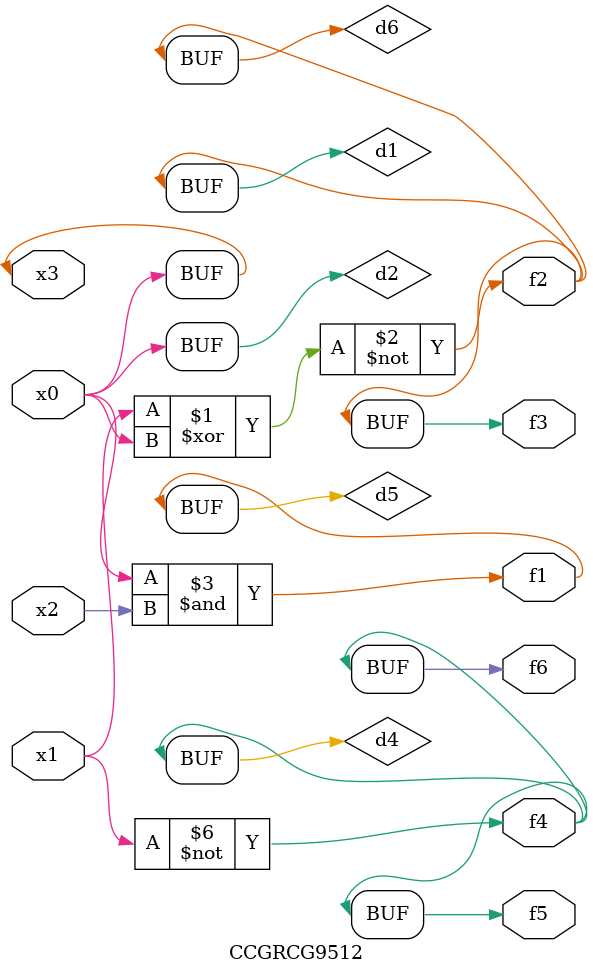
<source format=v>
module CCGRCG9512(
	input x0, x1, x2, x3,
	output f1, f2, f3, f4, f5, f6
);

	wire d1, d2, d3, d4, d5, d6;

	xnor (d1, x1, x3);
	buf (d2, x0, x3);
	nand (d3, x0, x2);
	not (d4, x1);
	nand (d5, d3);
	or (d6, d1);
	assign f1 = d5;
	assign f2 = d6;
	assign f3 = d6;
	assign f4 = d4;
	assign f5 = d4;
	assign f6 = d4;
endmodule

</source>
